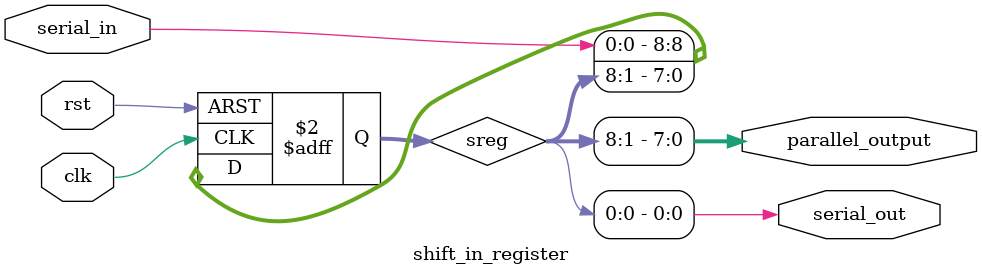
<source format=sv>
module shift_in_register #(
    parameter Width = 8,
    parameter ResetValue = 1'b0
) (
    input logic clk,
    input logic rst,

    input logic serial_in,
    output logic serial_out,

    output logic [Width-1:0] parallel_output
);

logic [Width:0] sreg;

always_ff @(posedge clk or posedge rst) begin
    if(rst)
        sreg <= {(Width+1){ResetValue}};
    else
        sreg <= {serial_in, sreg[Width:1]};
end

assign parallel_output = sreg[Width:1];
assign serial_out = sreg[0];
endmodule

</source>
